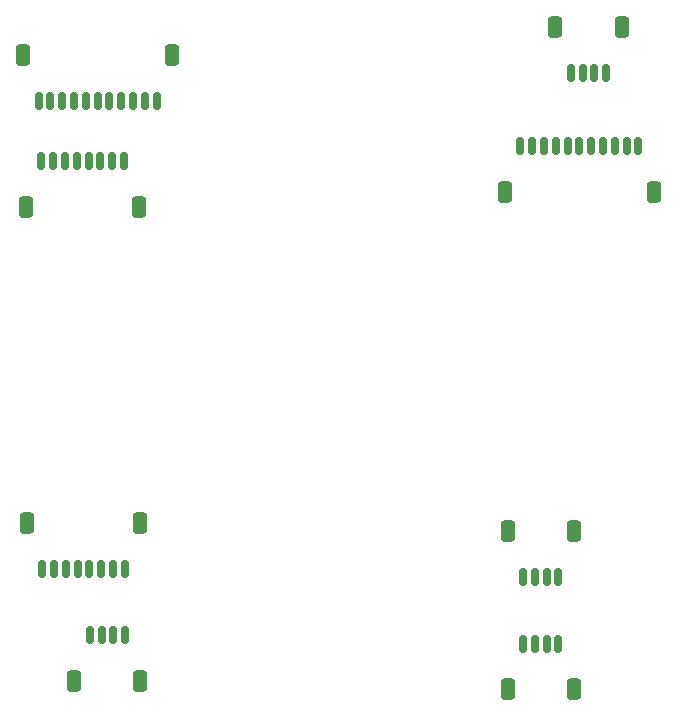
<source format=gbp>
G04 #@! TF.GenerationSoftware,KiCad,Pcbnew,(6.0.7)*
G04 #@! TF.CreationDate,2023-02-21T22:38:56+09:00*
G04 #@! TF.ProjectId,OmniDirectional_UAV,4f6d6e69-4469-4726-9563-74696f6e616c,rev?*
G04 #@! TF.SameCoordinates,Original*
G04 #@! TF.FileFunction,Paste,Bot*
G04 #@! TF.FilePolarity,Positive*
%FSLAX46Y46*%
G04 Gerber Fmt 4.6, Leading zero omitted, Abs format (unit mm)*
G04 Created by KiCad (PCBNEW (6.0.7)) date 2023-02-21 22:38:56*
%MOMM*%
%LPD*%
G01*
G04 APERTURE LIST*
G04 Aperture macros list*
%AMRoundRect*
0 Rectangle with rounded corners*
0 $1 Rounding radius*
0 $2 $3 $4 $5 $6 $7 $8 $9 X,Y pos of 4 corners*
0 Add a 4 corners polygon primitive as box body*
4,1,4,$2,$3,$4,$5,$6,$7,$8,$9,$2,$3,0*
0 Add four circle primitives for the rounded corners*
1,1,$1+$1,$2,$3*
1,1,$1+$1,$4,$5*
1,1,$1+$1,$6,$7*
1,1,$1+$1,$8,$9*
0 Add four rect primitives between the rounded corners*
20,1,$1+$1,$2,$3,$4,$5,0*
20,1,$1+$1,$4,$5,$6,$7,0*
20,1,$1+$1,$6,$7,$8,$9,0*
20,1,$1+$1,$8,$9,$2,$3,0*%
G04 Aperture macros list end*
%ADD10RoundRect,0.150000X0.150000X0.625000X-0.150000X0.625000X-0.150000X-0.625000X0.150000X-0.625000X0*%
%ADD11RoundRect,0.250000X0.350000X0.650000X-0.350000X0.650000X-0.350000X-0.650000X0.350000X-0.650000X0*%
%ADD12RoundRect,0.250000X-0.350000X-0.650000X0.350000X-0.650000X0.350000X0.650000X-0.350000X0.650000X0*%
%ADD13RoundRect,0.150000X-0.150000X-0.625000X0.150000X-0.625000X0.150000X0.625000X-0.150000X0.625000X0*%
G04 APERTURE END LIST*
D10*
X127675000Y-77114100D03*
X126675000Y-77114100D03*
X125675000Y-77114100D03*
X124675000Y-77114100D03*
X123675000Y-77114100D03*
X122675000Y-77114100D03*
X121675000Y-77114100D03*
X120675000Y-77114100D03*
D11*
X128975000Y-80989100D03*
X119375000Y-80989100D03*
D12*
X164200000Y-65799100D03*
X169800000Y-65799100D03*
D13*
X168500000Y-69674100D03*
X167500000Y-69674100D03*
X166500000Y-69674100D03*
X165500000Y-69674100D03*
D11*
X172538000Y-79709100D03*
X159938000Y-79709100D03*
D10*
X161238000Y-75834100D03*
X162238000Y-75834100D03*
X163238000Y-75834100D03*
X164238000Y-75834100D03*
X165238000Y-75834100D03*
X166238000Y-75834100D03*
X167238000Y-75834100D03*
X168238000Y-75834100D03*
X169238000Y-75834100D03*
X170238000Y-75834100D03*
X171238000Y-75834100D03*
D12*
X129043000Y-107747100D03*
X119443000Y-107747100D03*
D13*
X127743000Y-111622100D03*
X126743000Y-111622100D03*
X125743000Y-111622100D03*
X124743000Y-111622100D03*
X123743000Y-111622100D03*
X122743000Y-111622100D03*
X121743000Y-111622100D03*
X120743000Y-111622100D03*
D11*
X160155000Y-121839100D03*
X165755000Y-121839100D03*
D10*
X161455000Y-117964100D03*
X162455000Y-117964100D03*
X163455000Y-117964100D03*
X164455000Y-117964100D03*
D11*
X123475000Y-121149100D03*
X129075000Y-121149100D03*
D10*
X124775000Y-117274100D03*
X125775000Y-117274100D03*
X126775000Y-117274100D03*
X127775000Y-117274100D03*
D13*
X120445000Y-72002100D03*
X121445000Y-72002100D03*
X122445000Y-72002100D03*
X123445000Y-72002100D03*
X124445000Y-72002100D03*
X125445000Y-72002100D03*
X126445000Y-72002100D03*
X127445000Y-72002100D03*
X128445000Y-72002100D03*
X129445000Y-72002100D03*
X130445000Y-72002100D03*
D12*
X131745000Y-68127100D03*
X119145000Y-68127100D03*
X165755000Y-108437100D03*
X160155000Y-108437100D03*
D13*
X164455000Y-112312100D03*
X163455000Y-112312100D03*
X162455000Y-112312100D03*
X161455000Y-112312100D03*
M02*

</source>
